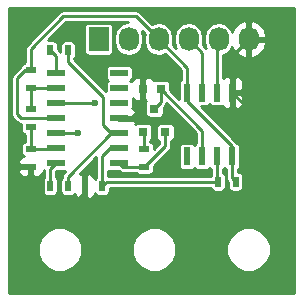
<source format=gtl>
G04 #@! TF.FileFunction,Copper,L1,Top,Signal*
%FSLAX46Y46*%
G04 Gerber Fmt 4.6, Leading zero omitted, Abs format (unit mm)*
G04 Created by KiCad (PCBNEW 4.0.1-stable) date 3/2/2016 10:49:52 AM*
%MOMM*%
G01*
G04 APERTURE LIST*
%ADD10C,0.100000*%
%ADD11R,0.800000X0.750000*%
%ADD12R,0.800100X0.800100*%
%ADD13R,1.727200X2.032000*%
%ADD14O,1.727200X2.032000*%
%ADD15R,0.900000X0.500000*%
%ADD16R,0.500000X0.900000*%
%ADD17R,1.500000X0.600000*%
%ADD18R,0.600000X1.550000*%
%ADD19C,0.600000*%
%ADD20C,0.250000*%
%ADD21C,0.254000*%
G04 APERTURE END LIST*
D10*
D11*
X139125000Y-104500000D03*
X137625000Y-104500000D03*
D12*
X137625000Y-108150760D03*
X139525000Y-108150760D03*
X138575000Y-106151780D03*
D13*
X133875000Y-100275000D03*
D14*
X136415000Y-100275000D03*
X138955000Y-100275000D03*
X141495000Y-100275000D03*
X144035000Y-100275000D03*
X146575000Y-100275000D03*
D15*
X128125000Y-102875000D03*
X128125000Y-104375000D03*
X128125000Y-106225000D03*
X128125000Y-107725000D03*
X128125000Y-109575000D03*
X128125000Y-111075000D03*
D16*
X131275000Y-101225000D03*
X129775000Y-101225000D03*
X129775000Y-112725000D03*
X131275000Y-112725000D03*
X132675000Y-112725000D03*
X134175000Y-112725000D03*
X143975000Y-112350000D03*
X145475000Y-112350000D03*
D15*
X137725000Y-109600000D03*
X137725000Y-111100000D03*
D17*
X130225000Y-103165000D03*
X130225000Y-104435000D03*
X130225000Y-105705000D03*
X130225000Y-106975000D03*
X130225000Y-108245000D03*
X130225000Y-109515000D03*
X130225000Y-110785000D03*
X135625000Y-110785000D03*
X135625000Y-109515000D03*
X135625000Y-108245000D03*
X135625000Y-106975000D03*
X135625000Y-105705000D03*
X135625000Y-104435000D03*
X135625000Y-103165000D03*
D18*
X145180000Y-104800000D03*
X143910000Y-104800000D03*
X142640000Y-104800000D03*
X141370000Y-104800000D03*
X141370000Y-110200000D03*
X142640000Y-110200000D03*
X143910000Y-110200000D03*
X145180000Y-110200000D03*
D19*
X137625000Y-103200000D03*
X132150000Y-108250000D03*
X133600000Y-105700000D03*
D20*
X142640000Y-110200000D02*
X142640000Y-108015000D01*
X142640000Y-108015000D02*
X139125000Y-104500000D01*
X139125000Y-104500000D02*
X139125000Y-105601780D01*
X139125000Y-105601780D02*
X138575000Y-106151780D01*
X137625000Y-103200000D02*
X137625000Y-104500000D01*
X131975000Y-113900000D02*
X145700000Y-113900000D01*
X146425000Y-106045000D02*
X145180000Y-104800000D01*
X146425000Y-113175000D02*
X146425000Y-106045000D01*
X145700000Y-113900000D02*
X146425000Y-113175000D01*
X128125000Y-111075000D02*
X128125000Y-112950000D01*
X132675000Y-113200000D02*
X132675000Y-112725000D01*
X131975000Y-113900000D02*
X132675000Y-113200000D01*
X129075000Y-113900000D02*
X131975000Y-113900000D01*
X128125000Y-112950000D02*
X129075000Y-113900000D01*
X145180000Y-104800000D02*
X145180000Y-101670000D01*
X145180000Y-101670000D02*
X146575000Y-100275000D01*
X137625000Y-104500000D02*
X137625000Y-105925000D01*
X137625000Y-105925000D02*
X136575000Y-106975000D01*
X136575000Y-106975000D02*
X135625000Y-106975000D01*
X137725000Y-109600000D02*
X137725000Y-108250760D01*
X137725000Y-108250760D02*
X137625000Y-108150760D01*
X139525000Y-108150760D02*
X139525000Y-109300000D01*
X139525000Y-109300000D02*
X137725000Y-111100000D01*
X137725000Y-111100000D02*
X135940000Y-111100000D01*
X135940000Y-111100000D02*
X135625000Y-110785000D01*
X132145000Y-108245000D02*
X130225000Y-108245000D01*
X132150000Y-108250000D02*
X132145000Y-108245000D01*
X133595000Y-105705000D02*
X130225000Y-105705000D01*
X133600000Y-105700000D02*
X133595000Y-105705000D01*
X128125000Y-102875000D02*
X128125000Y-101100000D01*
X137030000Y-98350000D02*
X138955000Y-100275000D01*
X130875000Y-98350000D02*
X137030000Y-98350000D01*
X128125000Y-101100000D02*
X130875000Y-98350000D01*
X130225000Y-106975000D02*
X127300000Y-106975000D01*
X126975000Y-103575000D02*
X127675000Y-102875000D01*
X126975000Y-106650000D02*
X126975000Y-103575000D01*
X127300000Y-106975000D02*
X126975000Y-106650000D01*
X127675000Y-102875000D02*
X128125000Y-102875000D01*
X145180000Y-110200000D02*
X145180000Y-112055000D01*
X145180000Y-112055000D02*
X145475000Y-112350000D01*
X141370000Y-104800000D02*
X141370000Y-105520000D01*
X141370000Y-105520000D02*
X145180000Y-109330000D01*
X145180000Y-109330000D02*
X145180000Y-110200000D01*
X141370000Y-104800000D02*
X141370000Y-102690000D01*
X141370000Y-102690000D02*
X138955000Y-100275000D01*
X142640000Y-104800000D02*
X142640000Y-101420000D01*
X142640000Y-101420000D02*
X141495000Y-100275000D01*
X143910000Y-104800000D02*
X143910000Y-100400000D01*
X143910000Y-100400000D02*
X144035000Y-100275000D01*
X128125000Y-104375000D02*
X130165000Y-104375000D01*
X130165000Y-104375000D02*
X130225000Y-104435000D01*
X128125000Y-106225000D02*
X128125000Y-104375000D01*
X128125000Y-109575000D02*
X130165000Y-109575000D01*
X130165000Y-109575000D02*
X130225000Y-109515000D01*
X128125000Y-109575000D02*
X128125000Y-107725000D01*
X131275000Y-101225000D02*
X131275000Y-102175000D01*
X134250000Y-107540000D02*
X134955000Y-108245000D01*
X134250000Y-105150000D02*
X134250000Y-107540000D01*
X131275000Y-102175000D02*
X134250000Y-105150000D01*
X134955000Y-108245000D02*
X135625000Y-108245000D01*
X131275000Y-112725000D02*
X131275000Y-111925000D01*
X131275000Y-111925000D02*
X134955000Y-108245000D01*
X134955000Y-108245000D02*
X135625000Y-108245000D01*
X130225000Y-103165000D02*
X130225000Y-101675000D01*
X130225000Y-101675000D02*
X129775000Y-101225000D01*
X129775000Y-112725000D02*
X129775000Y-111235000D01*
X129775000Y-111235000D02*
X130225000Y-110785000D01*
X143975000Y-112350000D02*
X134550000Y-112350000D01*
X134550000Y-112350000D02*
X134175000Y-112725000D01*
X134175000Y-112725000D02*
X134175000Y-110200000D01*
X134175000Y-110200000D02*
X134860000Y-109515000D01*
X134860000Y-109515000D02*
X135625000Y-109515000D01*
X143910000Y-110200000D02*
X143910000Y-112285000D01*
X143910000Y-112285000D02*
X143975000Y-112350000D01*
D21*
G36*
X150394000Y-121794000D02*
X126256000Y-121794000D01*
X126256000Y-118447513D01*
X128693674Y-118447513D01*
X128979436Y-119139109D01*
X129508108Y-119668704D01*
X130199204Y-119955673D01*
X130947513Y-119956326D01*
X131639109Y-119670564D01*
X132168704Y-119141892D01*
X132455673Y-118450796D01*
X132455675Y-118447513D01*
X136693674Y-118447513D01*
X136979436Y-119139109D01*
X137508108Y-119668704D01*
X138199204Y-119955673D01*
X138947513Y-119956326D01*
X139639109Y-119670564D01*
X140168704Y-119141892D01*
X140455673Y-118450796D01*
X140455675Y-118447513D01*
X144668674Y-118447513D01*
X144954436Y-119139109D01*
X145483108Y-119668704D01*
X146174204Y-119955673D01*
X146922513Y-119956326D01*
X147614109Y-119670564D01*
X148143704Y-119141892D01*
X148430673Y-118450796D01*
X148431326Y-117702487D01*
X148145564Y-117010891D01*
X147616892Y-116481296D01*
X146925796Y-116194327D01*
X146177487Y-116193674D01*
X145485891Y-116479436D01*
X144956296Y-117008108D01*
X144669327Y-117699204D01*
X144668674Y-118447513D01*
X140455675Y-118447513D01*
X140456326Y-117702487D01*
X140170564Y-117010891D01*
X139641892Y-116481296D01*
X138950796Y-116194327D01*
X138202487Y-116193674D01*
X137510891Y-116479436D01*
X136981296Y-117008108D01*
X136694327Y-117699204D01*
X136693674Y-118447513D01*
X132455675Y-118447513D01*
X132456326Y-117702487D01*
X132170564Y-117010891D01*
X131641892Y-116481296D01*
X130950796Y-116194327D01*
X130202487Y-116193674D01*
X129510891Y-116479436D01*
X128981296Y-117008108D01*
X128694327Y-117699204D01*
X128693674Y-118447513D01*
X126256000Y-118447513D01*
X126256000Y-111358750D01*
X127040000Y-111358750D01*
X127040000Y-111451309D01*
X127136673Y-111684698D01*
X127315301Y-111863327D01*
X127548690Y-111960000D01*
X127839250Y-111960000D01*
X127998000Y-111801250D01*
X127998000Y-111200000D01*
X127198750Y-111200000D01*
X127040000Y-111358750D01*
X126256000Y-111358750D01*
X126256000Y-103575000D01*
X126469000Y-103575000D01*
X126469000Y-106650000D01*
X126507517Y-106843638D01*
X126617204Y-107007796D01*
X126942204Y-107332796D01*
X127106362Y-107442483D01*
X127286536Y-107478322D01*
X127286536Y-107975000D01*
X127313103Y-108116190D01*
X127396546Y-108245865D01*
X127523866Y-108332859D01*
X127619000Y-108352124D01*
X127619000Y-108947073D01*
X127533810Y-108963103D01*
X127404135Y-109046546D01*
X127317141Y-109173866D01*
X127286536Y-109325000D01*
X127286536Y-109825000D01*
X127313103Y-109966190D01*
X127396546Y-110095865D01*
X127523866Y-110182859D01*
X127559130Y-110190000D01*
X127548690Y-110190000D01*
X127315301Y-110286673D01*
X127136673Y-110465302D01*
X127040000Y-110698691D01*
X127040000Y-110791250D01*
X127198750Y-110950000D01*
X127998000Y-110950000D01*
X127998000Y-110928000D01*
X128252000Y-110928000D01*
X128252000Y-110950000D01*
X128272000Y-110950000D01*
X128272000Y-111200000D01*
X128252000Y-111200000D01*
X128252000Y-111801250D01*
X128410750Y-111960000D01*
X128701310Y-111960000D01*
X128934699Y-111863327D01*
X129113327Y-111684698D01*
X129210000Y-111451309D01*
X129210000Y-111365058D01*
X129269000Y-111405371D01*
X129269000Y-111986981D01*
X129254135Y-111996546D01*
X129167141Y-112123866D01*
X129136536Y-112275000D01*
X129136536Y-113175000D01*
X129163103Y-113316190D01*
X129246546Y-113445865D01*
X129373866Y-113532859D01*
X129525000Y-113563464D01*
X130025000Y-113563464D01*
X130166190Y-113536897D01*
X130295865Y-113453454D01*
X130382859Y-113326134D01*
X130413464Y-113175000D01*
X130413464Y-112275000D01*
X130386897Y-112133810D01*
X130303454Y-112004135D01*
X130281000Y-111988793D01*
X130281000Y-111473464D01*
X130975000Y-111473464D01*
X131019275Y-111465133D01*
X130917204Y-111567204D01*
X130807517Y-111731362D01*
X130769000Y-111925000D01*
X130769000Y-111986981D01*
X130754135Y-111996546D01*
X130667141Y-112123866D01*
X130636536Y-112275000D01*
X130636536Y-113175000D01*
X130663103Y-113316190D01*
X130746546Y-113445865D01*
X130873866Y-113532859D01*
X131025000Y-113563464D01*
X131525000Y-113563464D01*
X131666190Y-113536897D01*
X131795865Y-113453454D01*
X131831449Y-113401376D01*
X131886673Y-113534699D01*
X132065302Y-113713327D01*
X132298691Y-113810000D01*
X132391250Y-113810000D01*
X132550000Y-113651250D01*
X132550000Y-112852000D01*
X132528000Y-112852000D01*
X132528000Y-112598000D01*
X132550000Y-112598000D01*
X132550000Y-111798750D01*
X132391250Y-111640000D01*
X132298691Y-111640000D01*
X132259259Y-111656333D01*
X133669000Y-110246592D01*
X133669000Y-111986981D01*
X133654135Y-111996546D01*
X133567141Y-112123866D01*
X133560000Y-112159130D01*
X133560000Y-112148690D01*
X133463327Y-111915301D01*
X133284698Y-111736673D01*
X133051309Y-111640000D01*
X132958750Y-111640000D01*
X132800000Y-111798750D01*
X132800000Y-112598000D01*
X132822000Y-112598000D01*
X132822000Y-112852000D01*
X132800000Y-112852000D01*
X132800000Y-113651250D01*
X132958750Y-113810000D01*
X133051309Y-113810000D01*
X133284698Y-113713327D01*
X133463327Y-113534699D01*
X133560000Y-113301310D01*
X133560000Y-113299699D01*
X133563103Y-113316190D01*
X133646546Y-113445865D01*
X133773866Y-113532859D01*
X133925000Y-113563464D01*
X134425000Y-113563464D01*
X134566190Y-113536897D01*
X134695865Y-113453454D01*
X134782859Y-113326134D01*
X134813464Y-113175000D01*
X134813464Y-112856000D01*
X143347073Y-112856000D01*
X143363103Y-112941190D01*
X143446546Y-113070865D01*
X143573866Y-113157859D01*
X143725000Y-113188464D01*
X144225000Y-113188464D01*
X144366190Y-113161897D01*
X144495865Y-113078454D01*
X144582859Y-112951134D01*
X144613464Y-112800000D01*
X144613464Y-111900000D01*
X144586897Y-111758810D01*
X144503454Y-111629135D01*
X144416000Y-111569380D01*
X144416000Y-111295193D01*
X144480865Y-111253454D01*
X144545530Y-111158813D01*
X144601546Y-111245865D01*
X144674000Y-111295371D01*
X144674000Y-112055000D01*
X144712517Y-112248638D01*
X144822204Y-112412796D01*
X144836536Y-112427128D01*
X144836536Y-112800000D01*
X144863103Y-112941190D01*
X144946546Y-113070865D01*
X145073866Y-113157859D01*
X145225000Y-113188464D01*
X145725000Y-113188464D01*
X145866190Y-113161897D01*
X145995865Y-113078454D01*
X146082859Y-112951134D01*
X146113464Y-112800000D01*
X146113464Y-111900000D01*
X146086897Y-111758810D01*
X146003454Y-111629135D01*
X145876134Y-111542141D01*
X145725000Y-111511536D01*
X145686000Y-111511536D01*
X145686000Y-111295193D01*
X145750865Y-111253454D01*
X145837859Y-111126134D01*
X145868464Y-110975000D01*
X145868464Y-109425000D01*
X145841897Y-109283810D01*
X145758454Y-109154135D01*
X145631134Y-109067141D01*
X145596552Y-109060138D01*
X145537796Y-108972204D01*
X142529056Y-105963464D01*
X142940000Y-105963464D01*
X143081190Y-105936897D01*
X143210865Y-105853454D01*
X143275530Y-105758813D01*
X143331546Y-105845865D01*
X143458866Y-105932859D01*
X143610000Y-105963464D01*
X144210000Y-105963464D01*
X144345031Y-105938056D01*
X144520301Y-106113327D01*
X144753690Y-106210000D01*
X144894250Y-106210000D01*
X145053000Y-106051250D01*
X145053000Y-104927000D01*
X145307000Y-104927000D01*
X145307000Y-106051250D01*
X145465750Y-106210000D01*
X145606310Y-106210000D01*
X145839699Y-106113327D01*
X146018327Y-105934698D01*
X146115000Y-105701309D01*
X146115000Y-105085750D01*
X145956250Y-104927000D01*
X145307000Y-104927000D01*
X145053000Y-104927000D01*
X145033000Y-104927000D01*
X145033000Y-104673000D01*
X145053000Y-104673000D01*
X145053000Y-103548750D01*
X145307000Y-103548750D01*
X145307000Y-104673000D01*
X145956250Y-104673000D01*
X146115000Y-104514250D01*
X146115000Y-103898691D01*
X146018327Y-103665302D01*
X145839699Y-103486673D01*
X145606310Y-103390000D01*
X145465750Y-103390000D01*
X145307000Y-103548750D01*
X145053000Y-103548750D01*
X144894250Y-103390000D01*
X144753690Y-103390000D01*
X144520301Y-103486673D01*
X144416000Y-103590975D01*
X144416000Y-101623583D01*
X144511288Y-101604629D01*
X144915065Y-101334834D01*
X145184860Y-100931057D01*
X145187704Y-100916757D01*
X145283046Y-101189320D01*
X145672964Y-101625732D01*
X146200209Y-101879709D01*
X146215974Y-101882358D01*
X146448000Y-101761217D01*
X146448000Y-100402000D01*
X146702000Y-100402000D01*
X146702000Y-101761217D01*
X146934026Y-101882358D01*
X146949791Y-101879709D01*
X147477036Y-101625732D01*
X147866954Y-101189320D01*
X148060184Y-100636913D01*
X147915924Y-100402000D01*
X146702000Y-100402000D01*
X146448000Y-100402000D01*
X146428000Y-100402000D01*
X146428000Y-100148000D01*
X146448000Y-100148000D01*
X146448000Y-98788783D01*
X146702000Y-98788783D01*
X146702000Y-100148000D01*
X147915924Y-100148000D01*
X148060184Y-99913087D01*
X147866954Y-99360680D01*
X147477036Y-98924268D01*
X146949791Y-98670291D01*
X146934026Y-98667642D01*
X146702000Y-98788783D01*
X146448000Y-98788783D01*
X146215974Y-98667642D01*
X146200209Y-98670291D01*
X145672964Y-98924268D01*
X145283046Y-99360680D01*
X145187704Y-99633243D01*
X145184860Y-99618943D01*
X144915065Y-99215166D01*
X144511288Y-98945371D01*
X144035000Y-98850631D01*
X143558712Y-98945371D01*
X143154935Y-99215166D01*
X142885140Y-99618943D01*
X142790400Y-100095231D01*
X142790400Y-100454769D01*
X142885140Y-100931057D01*
X142922375Y-100986783D01*
X142681657Y-100746065D01*
X142739600Y-100454769D01*
X142739600Y-100095231D01*
X142644860Y-99618943D01*
X142375065Y-99215166D01*
X141971288Y-98945371D01*
X141495000Y-98850631D01*
X141018712Y-98945371D01*
X140614935Y-99215166D01*
X140345140Y-99618943D01*
X140250400Y-100095231D01*
X140250400Y-100454769D01*
X140345140Y-100931057D01*
X140382375Y-100986783D01*
X140141657Y-100746065D01*
X140199600Y-100454769D01*
X140199600Y-100095231D01*
X140104860Y-99618943D01*
X139835065Y-99215166D01*
X139431288Y-98945371D01*
X138955000Y-98850631D01*
X138478712Y-98945371D01*
X138396137Y-99000545D01*
X137387796Y-97992204D01*
X137223638Y-97882517D01*
X137030000Y-97844000D01*
X130875000Y-97844000D01*
X130681362Y-97882517D01*
X130517204Y-97992204D01*
X127767204Y-100742204D01*
X127657517Y-100906362D01*
X127619000Y-101100000D01*
X127619000Y-102247073D01*
X127533810Y-102263103D01*
X127404135Y-102346546D01*
X127317141Y-102473866D01*
X127306121Y-102528287D01*
X126617204Y-103217204D01*
X126507517Y-103381362D01*
X126469000Y-103575000D01*
X126256000Y-103575000D01*
X126256000Y-97656000D01*
X150394000Y-97656000D01*
X150394000Y-121794000D01*
X150394000Y-121794000D01*
G37*
X150394000Y-121794000D02*
X126256000Y-121794000D01*
X126256000Y-118447513D01*
X128693674Y-118447513D01*
X128979436Y-119139109D01*
X129508108Y-119668704D01*
X130199204Y-119955673D01*
X130947513Y-119956326D01*
X131639109Y-119670564D01*
X132168704Y-119141892D01*
X132455673Y-118450796D01*
X132455675Y-118447513D01*
X136693674Y-118447513D01*
X136979436Y-119139109D01*
X137508108Y-119668704D01*
X138199204Y-119955673D01*
X138947513Y-119956326D01*
X139639109Y-119670564D01*
X140168704Y-119141892D01*
X140455673Y-118450796D01*
X140455675Y-118447513D01*
X144668674Y-118447513D01*
X144954436Y-119139109D01*
X145483108Y-119668704D01*
X146174204Y-119955673D01*
X146922513Y-119956326D01*
X147614109Y-119670564D01*
X148143704Y-119141892D01*
X148430673Y-118450796D01*
X148431326Y-117702487D01*
X148145564Y-117010891D01*
X147616892Y-116481296D01*
X146925796Y-116194327D01*
X146177487Y-116193674D01*
X145485891Y-116479436D01*
X144956296Y-117008108D01*
X144669327Y-117699204D01*
X144668674Y-118447513D01*
X140455675Y-118447513D01*
X140456326Y-117702487D01*
X140170564Y-117010891D01*
X139641892Y-116481296D01*
X138950796Y-116194327D01*
X138202487Y-116193674D01*
X137510891Y-116479436D01*
X136981296Y-117008108D01*
X136694327Y-117699204D01*
X136693674Y-118447513D01*
X132455675Y-118447513D01*
X132456326Y-117702487D01*
X132170564Y-117010891D01*
X131641892Y-116481296D01*
X130950796Y-116194327D01*
X130202487Y-116193674D01*
X129510891Y-116479436D01*
X128981296Y-117008108D01*
X128694327Y-117699204D01*
X128693674Y-118447513D01*
X126256000Y-118447513D01*
X126256000Y-111358750D01*
X127040000Y-111358750D01*
X127040000Y-111451309D01*
X127136673Y-111684698D01*
X127315301Y-111863327D01*
X127548690Y-111960000D01*
X127839250Y-111960000D01*
X127998000Y-111801250D01*
X127998000Y-111200000D01*
X127198750Y-111200000D01*
X127040000Y-111358750D01*
X126256000Y-111358750D01*
X126256000Y-103575000D01*
X126469000Y-103575000D01*
X126469000Y-106650000D01*
X126507517Y-106843638D01*
X126617204Y-107007796D01*
X126942204Y-107332796D01*
X127106362Y-107442483D01*
X127286536Y-107478322D01*
X127286536Y-107975000D01*
X127313103Y-108116190D01*
X127396546Y-108245865D01*
X127523866Y-108332859D01*
X127619000Y-108352124D01*
X127619000Y-108947073D01*
X127533810Y-108963103D01*
X127404135Y-109046546D01*
X127317141Y-109173866D01*
X127286536Y-109325000D01*
X127286536Y-109825000D01*
X127313103Y-109966190D01*
X127396546Y-110095865D01*
X127523866Y-110182859D01*
X127559130Y-110190000D01*
X127548690Y-110190000D01*
X127315301Y-110286673D01*
X127136673Y-110465302D01*
X127040000Y-110698691D01*
X127040000Y-110791250D01*
X127198750Y-110950000D01*
X127998000Y-110950000D01*
X127998000Y-110928000D01*
X128252000Y-110928000D01*
X128252000Y-110950000D01*
X128272000Y-110950000D01*
X128272000Y-111200000D01*
X128252000Y-111200000D01*
X128252000Y-111801250D01*
X128410750Y-111960000D01*
X128701310Y-111960000D01*
X128934699Y-111863327D01*
X129113327Y-111684698D01*
X129210000Y-111451309D01*
X129210000Y-111365058D01*
X129269000Y-111405371D01*
X129269000Y-111986981D01*
X129254135Y-111996546D01*
X129167141Y-112123866D01*
X129136536Y-112275000D01*
X129136536Y-113175000D01*
X129163103Y-113316190D01*
X129246546Y-113445865D01*
X129373866Y-113532859D01*
X129525000Y-113563464D01*
X130025000Y-113563464D01*
X130166190Y-113536897D01*
X130295865Y-113453454D01*
X130382859Y-113326134D01*
X130413464Y-113175000D01*
X130413464Y-112275000D01*
X130386897Y-112133810D01*
X130303454Y-112004135D01*
X130281000Y-111988793D01*
X130281000Y-111473464D01*
X130975000Y-111473464D01*
X131019275Y-111465133D01*
X130917204Y-111567204D01*
X130807517Y-111731362D01*
X130769000Y-111925000D01*
X130769000Y-111986981D01*
X130754135Y-111996546D01*
X130667141Y-112123866D01*
X130636536Y-112275000D01*
X130636536Y-113175000D01*
X130663103Y-113316190D01*
X130746546Y-113445865D01*
X130873866Y-113532859D01*
X131025000Y-113563464D01*
X131525000Y-113563464D01*
X131666190Y-113536897D01*
X131795865Y-113453454D01*
X131831449Y-113401376D01*
X131886673Y-113534699D01*
X132065302Y-113713327D01*
X132298691Y-113810000D01*
X132391250Y-113810000D01*
X132550000Y-113651250D01*
X132550000Y-112852000D01*
X132528000Y-112852000D01*
X132528000Y-112598000D01*
X132550000Y-112598000D01*
X132550000Y-111798750D01*
X132391250Y-111640000D01*
X132298691Y-111640000D01*
X132259259Y-111656333D01*
X133669000Y-110246592D01*
X133669000Y-111986981D01*
X133654135Y-111996546D01*
X133567141Y-112123866D01*
X133560000Y-112159130D01*
X133560000Y-112148690D01*
X133463327Y-111915301D01*
X133284698Y-111736673D01*
X133051309Y-111640000D01*
X132958750Y-111640000D01*
X132800000Y-111798750D01*
X132800000Y-112598000D01*
X132822000Y-112598000D01*
X132822000Y-112852000D01*
X132800000Y-112852000D01*
X132800000Y-113651250D01*
X132958750Y-113810000D01*
X133051309Y-113810000D01*
X133284698Y-113713327D01*
X133463327Y-113534699D01*
X133560000Y-113301310D01*
X133560000Y-113299699D01*
X133563103Y-113316190D01*
X133646546Y-113445865D01*
X133773866Y-113532859D01*
X133925000Y-113563464D01*
X134425000Y-113563464D01*
X134566190Y-113536897D01*
X134695865Y-113453454D01*
X134782859Y-113326134D01*
X134813464Y-113175000D01*
X134813464Y-112856000D01*
X143347073Y-112856000D01*
X143363103Y-112941190D01*
X143446546Y-113070865D01*
X143573866Y-113157859D01*
X143725000Y-113188464D01*
X144225000Y-113188464D01*
X144366190Y-113161897D01*
X144495865Y-113078454D01*
X144582859Y-112951134D01*
X144613464Y-112800000D01*
X144613464Y-111900000D01*
X144586897Y-111758810D01*
X144503454Y-111629135D01*
X144416000Y-111569380D01*
X144416000Y-111295193D01*
X144480865Y-111253454D01*
X144545530Y-111158813D01*
X144601546Y-111245865D01*
X144674000Y-111295371D01*
X144674000Y-112055000D01*
X144712517Y-112248638D01*
X144822204Y-112412796D01*
X144836536Y-112427128D01*
X144836536Y-112800000D01*
X144863103Y-112941190D01*
X144946546Y-113070865D01*
X145073866Y-113157859D01*
X145225000Y-113188464D01*
X145725000Y-113188464D01*
X145866190Y-113161897D01*
X145995865Y-113078454D01*
X146082859Y-112951134D01*
X146113464Y-112800000D01*
X146113464Y-111900000D01*
X146086897Y-111758810D01*
X146003454Y-111629135D01*
X145876134Y-111542141D01*
X145725000Y-111511536D01*
X145686000Y-111511536D01*
X145686000Y-111295193D01*
X145750865Y-111253454D01*
X145837859Y-111126134D01*
X145868464Y-110975000D01*
X145868464Y-109425000D01*
X145841897Y-109283810D01*
X145758454Y-109154135D01*
X145631134Y-109067141D01*
X145596552Y-109060138D01*
X145537796Y-108972204D01*
X142529056Y-105963464D01*
X142940000Y-105963464D01*
X143081190Y-105936897D01*
X143210865Y-105853454D01*
X143275530Y-105758813D01*
X143331546Y-105845865D01*
X143458866Y-105932859D01*
X143610000Y-105963464D01*
X144210000Y-105963464D01*
X144345031Y-105938056D01*
X144520301Y-106113327D01*
X144753690Y-106210000D01*
X144894250Y-106210000D01*
X145053000Y-106051250D01*
X145053000Y-104927000D01*
X145307000Y-104927000D01*
X145307000Y-106051250D01*
X145465750Y-106210000D01*
X145606310Y-106210000D01*
X145839699Y-106113327D01*
X146018327Y-105934698D01*
X146115000Y-105701309D01*
X146115000Y-105085750D01*
X145956250Y-104927000D01*
X145307000Y-104927000D01*
X145053000Y-104927000D01*
X145033000Y-104927000D01*
X145033000Y-104673000D01*
X145053000Y-104673000D01*
X145053000Y-103548750D01*
X145307000Y-103548750D01*
X145307000Y-104673000D01*
X145956250Y-104673000D01*
X146115000Y-104514250D01*
X146115000Y-103898691D01*
X146018327Y-103665302D01*
X145839699Y-103486673D01*
X145606310Y-103390000D01*
X145465750Y-103390000D01*
X145307000Y-103548750D01*
X145053000Y-103548750D01*
X144894250Y-103390000D01*
X144753690Y-103390000D01*
X144520301Y-103486673D01*
X144416000Y-103590975D01*
X144416000Y-101623583D01*
X144511288Y-101604629D01*
X144915065Y-101334834D01*
X145184860Y-100931057D01*
X145187704Y-100916757D01*
X145283046Y-101189320D01*
X145672964Y-101625732D01*
X146200209Y-101879709D01*
X146215974Y-101882358D01*
X146448000Y-101761217D01*
X146448000Y-100402000D01*
X146702000Y-100402000D01*
X146702000Y-101761217D01*
X146934026Y-101882358D01*
X146949791Y-101879709D01*
X147477036Y-101625732D01*
X147866954Y-101189320D01*
X148060184Y-100636913D01*
X147915924Y-100402000D01*
X146702000Y-100402000D01*
X146448000Y-100402000D01*
X146428000Y-100402000D01*
X146428000Y-100148000D01*
X146448000Y-100148000D01*
X146448000Y-98788783D01*
X146702000Y-98788783D01*
X146702000Y-100148000D01*
X147915924Y-100148000D01*
X148060184Y-99913087D01*
X147866954Y-99360680D01*
X147477036Y-98924268D01*
X146949791Y-98670291D01*
X146934026Y-98667642D01*
X146702000Y-98788783D01*
X146448000Y-98788783D01*
X146215974Y-98667642D01*
X146200209Y-98670291D01*
X145672964Y-98924268D01*
X145283046Y-99360680D01*
X145187704Y-99633243D01*
X145184860Y-99618943D01*
X144915065Y-99215166D01*
X144511288Y-98945371D01*
X144035000Y-98850631D01*
X143558712Y-98945371D01*
X143154935Y-99215166D01*
X142885140Y-99618943D01*
X142790400Y-100095231D01*
X142790400Y-100454769D01*
X142885140Y-100931057D01*
X142922375Y-100986783D01*
X142681657Y-100746065D01*
X142739600Y-100454769D01*
X142739600Y-100095231D01*
X142644860Y-99618943D01*
X142375065Y-99215166D01*
X141971288Y-98945371D01*
X141495000Y-98850631D01*
X141018712Y-98945371D01*
X140614935Y-99215166D01*
X140345140Y-99618943D01*
X140250400Y-100095231D01*
X140250400Y-100454769D01*
X140345140Y-100931057D01*
X140382375Y-100986783D01*
X140141657Y-100746065D01*
X140199600Y-100454769D01*
X140199600Y-100095231D01*
X140104860Y-99618943D01*
X139835065Y-99215166D01*
X139431288Y-98945371D01*
X138955000Y-98850631D01*
X138478712Y-98945371D01*
X138396137Y-99000545D01*
X137387796Y-97992204D01*
X137223638Y-97882517D01*
X137030000Y-97844000D01*
X130875000Y-97844000D01*
X130681362Y-97882517D01*
X130517204Y-97992204D01*
X127767204Y-100742204D01*
X127657517Y-100906362D01*
X127619000Y-101100000D01*
X127619000Y-102247073D01*
X127533810Y-102263103D01*
X127404135Y-102346546D01*
X127317141Y-102473866D01*
X127306121Y-102528287D01*
X126617204Y-103217204D01*
X126507517Y-103381362D01*
X126469000Y-103575000D01*
X126256000Y-103575000D01*
X126256000Y-97656000D01*
X150394000Y-97656000D01*
X150394000Y-121794000D01*
G36*
X135938712Y-98945371D02*
X135534935Y-99215166D01*
X135265140Y-99618943D01*
X135170400Y-100095231D01*
X135170400Y-100454769D01*
X135265140Y-100931057D01*
X135534935Y-101334834D01*
X135938712Y-101604629D01*
X136415000Y-101699369D01*
X136891288Y-101604629D01*
X137295065Y-101334834D01*
X137564860Y-100931057D01*
X137659600Y-100454769D01*
X137659600Y-100095231D01*
X137564860Y-99618943D01*
X137527625Y-99563217D01*
X137768343Y-99803935D01*
X137710400Y-100095231D01*
X137710400Y-100454769D01*
X137805140Y-100931057D01*
X138074935Y-101334834D01*
X138478712Y-101604629D01*
X138955000Y-101699369D01*
X139431288Y-101604629D01*
X139513863Y-101549455D01*
X140864000Y-102899592D01*
X140864000Y-103704807D01*
X140799135Y-103746546D01*
X140712141Y-103873866D01*
X140681536Y-104025000D01*
X140681536Y-105340944D01*
X139913464Y-104572872D01*
X139913464Y-104125000D01*
X139886897Y-103983810D01*
X139803454Y-103854135D01*
X139676134Y-103767141D01*
X139525000Y-103736536D01*
X138725000Y-103736536D01*
X138583810Y-103763103D01*
X138566919Y-103773972D01*
X138563327Y-103765301D01*
X138384698Y-103586673D01*
X138151309Y-103490000D01*
X137910750Y-103490000D01*
X137752000Y-103648750D01*
X137752000Y-104373000D01*
X137772000Y-104373000D01*
X137772000Y-104627000D01*
X137752000Y-104627000D01*
X137752000Y-105351250D01*
X137891883Y-105491133D01*
X137817091Y-105600596D01*
X137786486Y-105751730D01*
X137786486Y-106551830D01*
X137813053Y-106693020D01*
X137896496Y-106822695D01*
X138023816Y-106909689D01*
X138174950Y-106940294D01*
X138975050Y-106940294D01*
X139116240Y-106913727D01*
X139245915Y-106830284D01*
X139332909Y-106702964D01*
X139363514Y-106551830D01*
X139363514Y-106078858D01*
X139482796Y-105959576D01*
X139592483Y-105795418D01*
X139611122Y-105701714D01*
X142134000Y-108224592D01*
X142134000Y-109104807D01*
X142069135Y-109146546D01*
X142004470Y-109241187D01*
X141948454Y-109154135D01*
X141821134Y-109067141D01*
X141670000Y-109036536D01*
X141070000Y-109036536D01*
X140928810Y-109063103D01*
X140799135Y-109146546D01*
X140712141Y-109273866D01*
X140681536Y-109425000D01*
X140681536Y-110975000D01*
X140708103Y-111116190D01*
X140791546Y-111245865D01*
X140918866Y-111332859D01*
X141070000Y-111363464D01*
X141670000Y-111363464D01*
X141811190Y-111336897D01*
X141940865Y-111253454D01*
X142005530Y-111158813D01*
X142061546Y-111245865D01*
X142188866Y-111332859D01*
X142340000Y-111363464D01*
X142940000Y-111363464D01*
X143081190Y-111336897D01*
X143210865Y-111253454D01*
X143275530Y-111158813D01*
X143331546Y-111245865D01*
X143404000Y-111295371D01*
X143404000Y-111694921D01*
X143367141Y-111748866D01*
X143347876Y-111844000D01*
X134681000Y-111844000D01*
X134681000Y-111413570D01*
X134723866Y-111442859D01*
X134875000Y-111473464D01*
X135605653Y-111473464D01*
X135746362Y-111567483D01*
X135940000Y-111606000D01*
X136986981Y-111606000D01*
X136996546Y-111620865D01*
X137123866Y-111707859D01*
X137275000Y-111738464D01*
X138175000Y-111738464D01*
X138316190Y-111711897D01*
X138445865Y-111628454D01*
X138532859Y-111501134D01*
X138563464Y-111350000D01*
X138563464Y-110977128D01*
X139882796Y-109657796D01*
X139992483Y-109493638D01*
X140031000Y-109300000D01*
X140031000Y-108919338D01*
X140066240Y-108912707D01*
X140195915Y-108829264D01*
X140282909Y-108701944D01*
X140313514Y-108550810D01*
X140313514Y-107750710D01*
X140286947Y-107609520D01*
X140203504Y-107479845D01*
X140076184Y-107392851D01*
X139925050Y-107362246D01*
X139124950Y-107362246D01*
X138983760Y-107388813D01*
X138854085Y-107472256D01*
X138767091Y-107599576D01*
X138736486Y-107750710D01*
X138736486Y-108550810D01*
X138763053Y-108692000D01*
X138846496Y-108821675D01*
X138973816Y-108908669D01*
X139019000Y-108917819D01*
X139019000Y-109090408D01*
X138563464Y-109545944D01*
X138563464Y-109350000D01*
X138536897Y-109208810D01*
X138453454Y-109079135D01*
X138326134Y-108992141D01*
X138231000Y-108972876D01*
X138231000Y-108871035D01*
X138295915Y-108829264D01*
X138382909Y-108701944D01*
X138413514Y-108550810D01*
X138413514Y-107750710D01*
X138386947Y-107609520D01*
X138303504Y-107479845D01*
X138176184Y-107392851D01*
X138025050Y-107362246D01*
X137224950Y-107362246D01*
X137083760Y-107388813D01*
X136990253Y-107448982D01*
X137010000Y-107401310D01*
X137010000Y-107260750D01*
X136851250Y-107102000D01*
X135752000Y-107102000D01*
X135752000Y-107122000D01*
X135498000Y-107122000D01*
X135498000Y-107102000D01*
X135478000Y-107102000D01*
X135478000Y-106848000D01*
X135498000Y-106848000D01*
X135498000Y-106828000D01*
X135752000Y-106828000D01*
X135752000Y-106848000D01*
X136851250Y-106848000D01*
X137010000Y-106689250D01*
X137010000Y-106548690D01*
X136913327Y-106315301D01*
X136736446Y-106138421D01*
X136763464Y-106005000D01*
X136763464Y-105405000D01*
X136741790Y-105289816D01*
X136865302Y-105413327D01*
X137098691Y-105510000D01*
X137339250Y-105510000D01*
X137498000Y-105351250D01*
X137498000Y-104627000D01*
X137478000Y-104627000D01*
X137478000Y-104373000D01*
X137498000Y-104373000D01*
X137498000Y-103648750D01*
X137339250Y-103490000D01*
X137098691Y-103490000D01*
X136865302Y-103586673D01*
X136686673Y-103765301D01*
X136647437Y-103860024D01*
X136558813Y-103799470D01*
X136645865Y-103743454D01*
X136732859Y-103616134D01*
X136763464Y-103465000D01*
X136763464Y-102865000D01*
X136736897Y-102723810D01*
X136653454Y-102594135D01*
X136526134Y-102507141D01*
X136375000Y-102476536D01*
X134875000Y-102476536D01*
X134733810Y-102503103D01*
X134604135Y-102586546D01*
X134517141Y-102713866D01*
X134486536Y-102865000D01*
X134486536Y-103465000D01*
X134513103Y-103606190D01*
X134596546Y-103735865D01*
X134691187Y-103800530D01*
X134604135Y-103856546D01*
X134517141Y-103983866D01*
X134486536Y-104135000D01*
X134486536Y-104670944D01*
X131781000Y-101965408D01*
X131781000Y-101963019D01*
X131795865Y-101953454D01*
X131882859Y-101826134D01*
X131913464Y-101675000D01*
X131913464Y-100775000D01*
X131886897Y-100633810D01*
X131803454Y-100504135D01*
X131676134Y-100417141D01*
X131525000Y-100386536D01*
X131025000Y-100386536D01*
X130883810Y-100413103D01*
X130754135Y-100496546D01*
X130667141Y-100623866D01*
X130636536Y-100775000D01*
X130636536Y-101397631D01*
X130582796Y-101317204D01*
X130413464Y-101147872D01*
X130413464Y-100775000D01*
X130386897Y-100633810D01*
X130303454Y-100504135D01*
X130176134Y-100417141D01*
X130025000Y-100386536D01*
X129554056Y-100386536D01*
X130681592Y-99259000D01*
X132622936Y-99259000D01*
X132622936Y-101291000D01*
X132649503Y-101432190D01*
X132732946Y-101561865D01*
X132860266Y-101648859D01*
X133011400Y-101679464D01*
X134738600Y-101679464D01*
X134879790Y-101652897D01*
X135009465Y-101569454D01*
X135096459Y-101442134D01*
X135127064Y-101291000D01*
X135127064Y-99259000D01*
X135100497Y-99117810D01*
X135017054Y-98988135D01*
X134889734Y-98901141D01*
X134738600Y-98870536D01*
X133011400Y-98870536D01*
X132870210Y-98897103D01*
X132740535Y-98980546D01*
X132653541Y-99107866D01*
X132622936Y-99259000D01*
X130681592Y-99259000D01*
X131084592Y-98856000D01*
X136388008Y-98856000D01*
X135938712Y-98945371D01*
X135938712Y-98945371D01*
G37*
X135938712Y-98945371D02*
X135534935Y-99215166D01*
X135265140Y-99618943D01*
X135170400Y-100095231D01*
X135170400Y-100454769D01*
X135265140Y-100931057D01*
X135534935Y-101334834D01*
X135938712Y-101604629D01*
X136415000Y-101699369D01*
X136891288Y-101604629D01*
X137295065Y-101334834D01*
X137564860Y-100931057D01*
X137659600Y-100454769D01*
X137659600Y-100095231D01*
X137564860Y-99618943D01*
X137527625Y-99563217D01*
X137768343Y-99803935D01*
X137710400Y-100095231D01*
X137710400Y-100454769D01*
X137805140Y-100931057D01*
X138074935Y-101334834D01*
X138478712Y-101604629D01*
X138955000Y-101699369D01*
X139431288Y-101604629D01*
X139513863Y-101549455D01*
X140864000Y-102899592D01*
X140864000Y-103704807D01*
X140799135Y-103746546D01*
X140712141Y-103873866D01*
X140681536Y-104025000D01*
X140681536Y-105340944D01*
X139913464Y-104572872D01*
X139913464Y-104125000D01*
X139886897Y-103983810D01*
X139803454Y-103854135D01*
X139676134Y-103767141D01*
X139525000Y-103736536D01*
X138725000Y-103736536D01*
X138583810Y-103763103D01*
X138566919Y-103773972D01*
X138563327Y-103765301D01*
X138384698Y-103586673D01*
X138151309Y-103490000D01*
X137910750Y-103490000D01*
X137752000Y-103648750D01*
X137752000Y-104373000D01*
X137772000Y-104373000D01*
X137772000Y-104627000D01*
X137752000Y-104627000D01*
X137752000Y-105351250D01*
X137891883Y-105491133D01*
X137817091Y-105600596D01*
X137786486Y-105751730D01*
X137786486Y-106551830D01*
X137813053Y-106693020D01*
X137896496Y-106822695D01*
X138023816Y-106909689D01*
X138174950Y-106940294D01*
X138975050Y-106940294D01*
X139116240Y-106913727D01*
X139245915Y-106830284D01*
X139332909Y-106702964D01*
X139363514Y-106551830D01*
X139363514Y-106078858D01*
X139482796Y-105959576D01*
X139592483Y-105795418D01*
X139611122Y-105701714D01*
X142134000Y-108224592D01*
X142134000Y-109104807D01*
X142069135Y-109146546D01*
X142004470Y-109241187D01*
X141948454Y-109154135D01*
X141821134Y-109067141D01*
X141670000Y-109036536D01*
X141070000Y-109036536D01*
X140928810Y-109063103D01*
X140799135Y-109146546D01*
X140712141Y-109273866D01*
X140681536Y-109425000D01*
X140681536Y-110975000D01*
X140708103Y-111116190D01*
X140791546Y-111245865D01*
X140918866Y-111332859D01*
X141070000Y-111363464D01*
X141670000Y-111363464D01*
X141811190Y-111336897D01*
X141940865Y-111253454D01*
X142005530Y-111158813D01*
X142061546Y-111245865D01*
X142188866Y-111332859D01*
X142340000Y-111363464D01*
X142940000Y-111363464D01*
X143081190Y-111336897D01*
X143210865Y-111253454D01*
X143275530Y-111158813D01*
X143331546Y-111245865D01*
X143404000Y-111295371D01*
X143404000Y-111694921D01*
X143367141Y-111748866D01*
X143347876Y-111844000D01*
X134681000Y-111844000D01*
X134681000Y-111413570D01*
X134723866Y-111442859D01*
X134875000Y-111473464D01*
X135605653Y-111473464D01*
X135746362Y-111567483D01*
X135940000Y-111606000D01*
X136986981Y-111606000D01*
X136996546Y-111620865D01*
X137123866Y-111707859D01*
X137275000Y-111738464D01*
X138175000Y-111738464D01*
X138316190Y-111711897D01*
X138445865Y-111628454D01*
X138532859Y-111501134D01*
X138563464Y-111350000D01*
X138563464Y-110977128D01*
X139882796Y-109657796D01*
X139992483Y-109493638D01*
X140031000Y-109300000D01*
X140031000Y-108919338D01*
X140066240Y-108912707D01*
X140195915Y-108829264D01*
X140282909Y-108701944D01*
X140313514Y-108550810D01*
X140313514Y-107750710D01*
X140286947Y-107609520D01*
X140203504Y-107479845D01*
X140076184Y-107392851D01*
X139925050Y-107362246D01*
X139124950Y-107362246D01*
X138983760Y-107388813D01*
X138854085Y-107472256D01*
X138767091Y-107599576D01*
X138736486Y-107750710D01*
X138736486Y-108550810D01*
X138763053Y-108692000D01*
X138846496Y-108821675D01*
X138973816Y-108908669D01*
X139019000Y-108917819D01*
X139019000Y-109090408D01*
X138563464Y-109545944D01*
X138563464Y-109350000D01*
X138536897Y-109208810D01*
X138453454Y-109079135D01*
X138326134Y-108992141D01*
X138231000Y-108972876D01*
X138231000Y-108871035D01*
X138295915Y-108829264D01*
X138382909Y-108701944D01*
X138413514Y-108550810D01*
X138413514Y-107750710D01*
X138386947Y-107609520D01*
X138303504Y-107479845D01*
X138176184Y-107392851D01*
X138025050Y-107362246D01*
X137224950Y-107362246D01*
X137083760Y-107388813D01*
X136990253Y-107448982D01*
X137010000Y-107401310D01*
X137010000Y-107260750D01*
X136851250Y-107102000D01*
X135752000Y-107102000D01*
X135752000Y-107122000D01*
X135498000Y-107122000D01*
X135498000Y-107102000D01*
X135478000Y-107102000D01*
X135478000Y-106848000D01*
X135498000Y-106848000D01*
X135498000Y-106828000D01*
X135752000Y-106828000D01*
X135752000Y-106848000D01*
X136851250Y-106848000D01*
X137010000Y-106689250D01*
X137010000Y-106548690D01*
X136913327Y-106315301D01*
X136736446Y-106138421D01*
X136763464Y-106005000D01*
X136763464Y-105405000D01*
X136741790Y-105289816D01*
X136865302Y-105413327D01*
X137098691Y-105510000D01*
X137339250Y-105510000D01*
X137498000Y-105351250D01*
X137498000Y-104627000D01*
X137478000Y-104627000D01*
X137478000Y-104373000D01*
X137498000Y-104373000D01*
X137498000Y-103648750D01*
X137339250Y-103490000D01*
X137098691Y-103490000D01*
X136865302Y-103586673D01*
X136686673Y-103765301D01*
X136647437Y-103860024D01*
X136558813Y-103799470D01*
X136645865Y-103743454D01*
X136732859Y-103616134D01*
X136763464Y-103465000D01*
X136763464Y-102865000D01*
X136736897Y-102723810D01*
X136653454Y-102594135D01*
X136526134Y-102507141D01*
X136375000Y-102476536D01*
X134875000Y-102476536D01*
X134733810Y-102503103D01*
X134604135Y-102586546D01*
X134517141Y-102713866D01*
X134486536Y-102865000D01*
X134486536Y-103465000D01*
X134513103Y-103606190D01*
X134596546Y-103735865D01*
X134691187Y-103800530D01*
X134604135Y-103856546D01*
X134517141Y-103983866D01*
X134486536Y-104135000D01*
X134486536Y-104670944D01*
X131781000Y-101965408D01*
X131781000Y-101963019D01*
X131795865Y-101953454D01*
X131882859Y-101826134D01*
X131913464Y-101675000D01*
X131913464Y-100775000D01*
X131886897Y-100633810D01*
X131803454Y-100504135D01*
X131676134Y-100417141D01*
X131525000Y-100386536D01*
X131025000Y-100386536D01*
X130883810Y-100413103D01*
X130754135Y-100496546D01*
X130667141Y-100623866D01*
X130636536Y-100775000D01*
X130636536Y-101397631D01*
X130582796Y-101317204D01*
X130413464Y-101147872D01*
X130413464Y-100775000D01*
X130386897Y-100633810D01*
X130303454Y-100504135D01*
X130176134Y-100417141D01*
X130025000Y-100386536D01*
X129554056Y-100386536D01*
X130681592Y-99259000D01*
X132622936Y-99259000D01*
X132622936Y-101291000D01*
X132649503Y-101432190D01*
X132732946Y-101561865D01*
X132860266Y-101648859D01*
X133011400Y-101679464D01*
X134738600Y-101679464D01*
X134879790Y-101652897D01*
X135009465Y-101569454D01*
X135096459Y-101442134D01*
X135127064Y-101291000D01*
X135127064Y-99259000D01*
X135100497Y-99117810D01*
X135017054Y-98988135D01*
X134889734Y-98901141D01*
X134738600Y-98870536D01*
X133011400Y-98870536D01*
X132870210Y-98897103D01*
X132740535Y-98980546D01*
X132653541Y-99107866D01*
X132622936Y-99259000D01*
X130681592Y-99259000D01*
X131084592Y-98856000D01*
X136388008Y-98856000D01*
X135938712Y-98945371D01*
M02*

</source>
